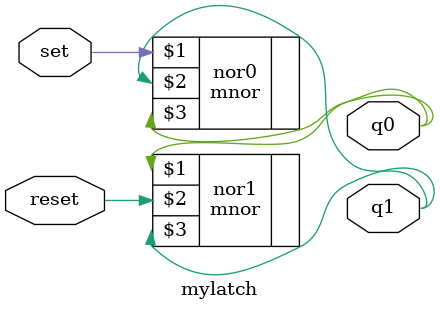
<source format=sv>
module mylatch(	input logic set,reset,
					output logic q0,q1);
						
			
			
		mnor nor0(set,q1,q0);
		mnor nor1(q0,reset,q1);
		
endmodule
	
</source>
